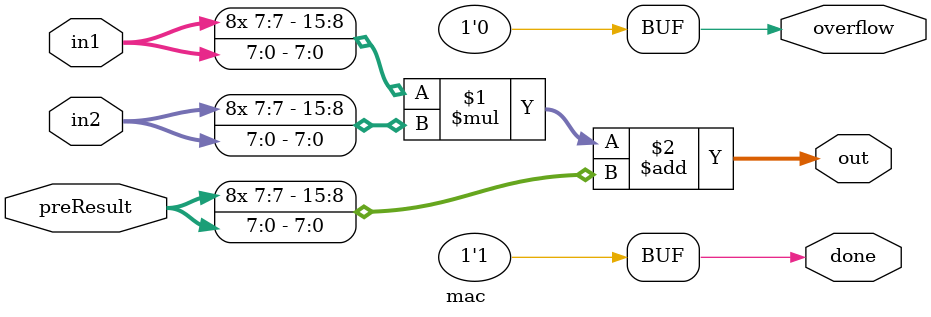
<source format=v>
module mac(	// file.cleaned.mlir:2:3
  input  [7:0]  in1,	// file.cleaned.mlir:2:21
                in2,	// file.cleaned.mlir:2:35
                preResult,	// file.cleaned.mlir:2:49
  output [15:0] out,	// file.cleaned.mlir:2:70
  output        overflow,	// file.cleaned.mlir:2:85
                done	// file.cleaned.mlir:2:104
);

  assign out = {{8{in1[7]}}, in1} * {{8{in2[7]}}, in2} + {{8{preResult[7]}}, preResult};	// file.cleaned.mlir:5:10, :6:10, :7:10, :8:10, :9:10, :10:10, :11:10, :12:10, :13:10, :14:10, :15:11, :16:5
  assign overflow = 1'h0;	// file.cleaned.mlir:4:14, :16:5
  assign done = 1'h1;	// file.cleaned.mlir:3:13, :16:5
endmodule


</source>
